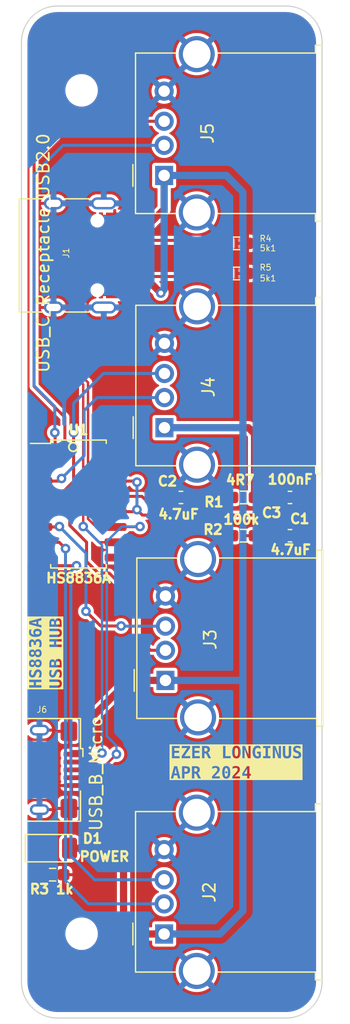
<source format=kicad_pcb>
(kicad_pcb (version 20221018) (generator pcbnew)
  (layers (0 "F.Cu" signal) (31 "B.Cu" signal) (34 "B.Paste" user) (35 "F.Paste" user) (36 "B.SilkS" user "B.Silkscreen") (37 "F.SilkS" user "F.Silkscreen") (38 "B.Mask" user) (39 "F.Mask" user) (44 "Edge.Cuts" user))
  (net 0 "")
  (net 1 "Net-(U1-DCP)")
  (net 2 "GND")
  (net 3 "Net-(U1-VCC)")
  (net 4 "Net-(D1-K)")
  (net 5 "VCC")
  (net 6 "Net-(J2-D-)")
  (net 7 "Net-(J2-D+)")
  (net 8 "Net-(J3-D-)")
  (net 9 "Net-(J3-D+)")
  (net 10 "Net-(J4-D-)")
  (net 11 "Net-(J4-D+)")
  (net 12 "Net-(J5-D-)")
  (net 13 "Net-(J5-D+)")
  (net 14 "Net-(U1-REF)")
  (net 16 "Net-(J1-CC1)")
  (net 17 "D+")
  (net 18 "D-")
  (net 20 "Net-(J1-CC2)")
  (footprint "MountingHole:MountingHole_2.2mm_M2" (layer "F.Cu") (at 145 64)
    (fp_text reference "H1")
    (fp_text value "MountingHole")
    (pad "" np_thru_hole circle (at 0 0) (size 2.2 2.2) (drill 2.2) (layers "*.Cu" "*.Mask"))
  )
  (footprint "LED_SMD:LED_1206_3216Metric" (layer "F.Cu") (at 142.6 126.9)
    (fp_text reference "D1" (at 3.3 -0.8) (layer "F.SilkS") (effects (font (size 0.8 0.8) (thickness 1))))
    (fp_text value "POWER" (at 4.3 0.7) (layer "F.SilkS") (effects (font (size 0.8 0.8) (thickness 1))))
    (fp_line (start -2.285 -1.135) (end -2.285 1.135) (stroke (width 0.12)) (layer "F.SilkS"))
    (fp_line (start -2.285 1.135) (end 1.6 1.135) (stroke (width 0.12)) (layer "F.SilkS"))
    (fp_line (start 1.6 -1.135) (end -2.285 -1.135) (stroke (width 0.12)) (layer "F.SilkS"))
    (pad "1" smd roundrect (at -1.4 0) (size 1.25 1.75) (layers "F.Cu" "F.Paste" "F.Mask") (roundrect_rratio 0.2) (net 4 "Net-(D1-K)"))
    (pad "2" smd roundrect (at 1.4 0) (size 1.25 1.75) (layers "F.Cu" "F.Paste" "F.Mask") (roundrect_rratio 0.2) (net 5 "VCC"))
  )
  (footprint "Resistor_SMD:R_0603_1608Metric_Pad0.98x0.95mm_HandSolder" (layer "F.Cu") (at 158.4725 100.965 180)
    (fp_text reference "R2" (at 2.5419 0.508) (layer "F.SilkS") (effects (font (size 0.8 0.8) (thickness 1))))
    (fp_text value "100k" (at 0.1797 1.3462) (layer "F.SilkS") (effects (font (size 0.8 0.8) (thickness 1))))
    (fp_line (start -0.254724 -0.5225) (end 0.254724 -0.5225) (stroke (width 0.12)) (layer "F.SilkS"))
    (fp_line (start -0.254724 0.5225) (end 0.254724 0.5225) (stroke (width 0.12)) (layer "F.SilkS"))
    (pad "1" smd roundrect (at -0.9125 0 180) (size 0.975 0.95) (layers "F.Cu" "F.Paste" "F.Mask") (net 2 "GND"))
    (pad "2" smd roundrect (at 0.9125 0 180) (size 0.975 0.95) (layers "F.Cu" "F.Paste" "F.Mask") (net 14 "Net-(U1-REF)"))
  )
  (footprint "Capacitor_SMD:C_0603_1608Metric_Pad1.08x0.95mm_HandSolder" (layer "F.Cu") (at 153.2625 97.79 180)
    (fp_text reference "C2" (at 1.1165 1.3462) (layer "F.SilkS") (effects (font (size 0.8 0.8) (thickness 1))))
    (fp_text value "4.7uF" (at 0.2021 -1.397) (layer "F.SilkS") (effects (font (size 0.8 0.8) (thickness 1))))
    (fp_line (start -0.146267 -0.51) (end 0.146267 -0.51) (stroke (width 0.12)) (layer "F.SilkS"))
    (fp_line (start -0.146267 0.51) (end 0.146267 0.51) (stroke (width 0.12)) (layer "F.SilkS"))
    (pad "1" smd roundrect (at -0.8625 0 180) (size 1.075 0.95) (layers "F.Cu" "F.Paste" "F.Mask") (net 3 "Net-(U1-VCC)"))
    (pad "2" smd roundrect (at 0.8625 0 180) (size 1.075 0.95) (layers "F.Cu" "F.Paste" "F.Mask") (net 2 "GND"))
  )
  (footprint "Connector_USB:USB_Micro-B_Amphenol_10118193-0001LF_Horizontal" (layer "F.Cu") (at 141.5 120.4 -90)
    (fp_text reference "J6" (at -5 -0.2 -180) (layer "F.SilkS") (effects (font (size 0.5 0.5) (thickness 0.075))))
    (fp_text value "USB_B_Micro" (at 0.3 -4.7 90) (layer "F.SilkS"))
    (fp_line (start -4.26 -3.41) (end -4.26 0.95) (stroke (width 0.12)) (layer "F.SilkS"))
    (fp_line (start -4.26 -3.41) (end -1.76 -3.41) (stroke (width 0.12)) (layer "F.SilkS"))
    (fp_line (start -1.76 -3.41) (end -1.76 -3.61) (stroke (width 0.12)) (layer "F.SilkS"))
    (fp_line (start -1.1 -3.61) (end -1.76 -3.61) (stroke (width 0.12)) (layer "F.SilkS"))
    (fp_line (start 1.76 -3.41) (end 4.26 -3.41) (stroke (width 0.12)) (layer "F.SilkS"))
    (fp_line (start 4.26 -3.41) (end 4.26 0.95) (stroke (width 0.12)) (layer "F.SilkS"))
    (pad "1" smd roundrect (at -1.3 -2.675 270) (size 0.4 1.35) (layers "F.Cu" "F.Paste" "F.Mask") (net 5 "VCC"))
    (pad "2" smd roundrect (at -0.65 -2.675 270) (size 0.4 1.35) (layers "F.Cu" "F.Paste" "F.Mask") (net 18 "D-"))
    (pad "3" smd roundrect (at 0 -2.675 270) (size 0.4 1.35) (layers "F.Cu" "F.Paste" "F.Mask") (net 17 "D+"))
    (pad "4" smd roundrect (at 0.65 -2.675 270) (size 0.4 1.35) (layers "F.Cu" "F.Paste" "F.Mask"))
    (pad "5" smd roundrect (at 1.3 -2.675 270) (size 0.4 1.35) (layers "F.Cu" "F.Paste" "F.Mask") (net 2 "GND"))
    (pad "6" thru_hole oval (at -3.3 0) (size 1.6 0.9) (drill oval 1.2 0.5) (layers "*.Cu" "*.Mask" "F.Paste") (net 2 "GND"))
    (pad "6" smd roundrect (at -3.2 -2.45 270) (size 1.6 1.4) (layers "F.Cu" "F.Paste" "F.Mask") (roundrect_rratio 0.1785714286) (net 2 "GND"))
    (pad "6" smd roundrect (at -1.2 0 270) (size 1.9 1.9) (layers "F.Cu" "F.Paste" "F.Mask") (roundrect_rratio 0.1315789474) (net 2 "GND"))
    (pad "6" smd roundrect (at 1.2 0 270) (size 1.9 1.9) (layers "F.Cu" "F.Paste" "F.Mask") (roundrect_rratio 0.1315789474) (net 2 "GND"))
    (pad "6" smd roundrect (at 3.2 -2.45 270) (size 1.6 1.4) (layers "F.Cu" "F.Paste" "F.Mask") (roundrect_rratio 0.1785714286) (net 2 "GND"))
    (pad "6" thru_hole oval (at 3.3 0) (size 1.6 0.9) (drill oval 1.2 0.5) (layers "*.Cu" "*.Mask" "F.Paste") (net 2 "GND"))
  )
  (footprint "Connector_USB:USB_A_Molex_67643_Horizontal" (layer "F.Cu") (at 151.866 134.022 90)
    (fp_text reference "J2" (at 3.466 3.7598 90) (layer "F.SilkS"))
    (fp_text value "USB_A")
    (fp_line (start -3.81 12.58) (end -3.81 13.1) (stroke (width 0.12)) (layer "F.SilkS"))
    (fp_line (start -3.81 13.1) (end 10.81 13.1) (stroke (width 0.12)) (layer "F.SilkS"))
    (fp_line (start -3.16 -2.38) (end -3.16 0.95) (stroke (width 0.12)) (layer "F.SilkS"))
    (fp_line (start -3.16 -2.38) (end 10.16 -2.38) (stroke (width 0.12)) (layer "F.SilkS"))
    (fp_line (start -3.16 12.58) (end -3.81 12.58) (stroke (width 0.12)) (layer "F.SilkS"))
    (fp_line (start -3.16 12.58) (end -3.16 4.47) (stroke (width 0.12)) (layer "F.SilkS"))
    (fp_line (start -0.9 -2.6) (end 0.9 -2.6) (stroke (width 0.12)) (layer "F.SilkS"))
    (fp_line (start 10.16 -2.38) (end 10.16 0.95) (stroke (width 0.12)) (layer "F.SilkS"))
    (fp_line (start 10.16 4.47) (end 10.16 12.58) (stroke (width 0.12)) (layer "F.SilkS"))
    (fp_line (start 10.81 12.58) (end 10.16 12.58) (stroke (width 0.12)) (layer "F.SilkS"))
    (fp_line (start 10.81 13.1) (end 10.81 12.58) (stroke (width 0.12)) (layer "F.SilkS"))
    (pad "1" thru_hole rect (at 0 0 90) (size 1.6 1.5) (drill 0.95) (layers "*.Cu" "*.Mask") (net 5 "VCC"))
    (pad "2" thru_hole circle (at 2.5 0 90) (size 1.6 1.6) (drill 0.95) (layers "*.Cu" "*.Mask") (net 6 "Net-(J2-D-)"))
    (pad "3" thru_hole circle (at 4.5 0 90) (size 1.6 1.6) (drill 0.95) (layers "*.Cu" "*.Mask") (net 7 "Net-(J2-D+)"))
    (pad "4" thru_hole circle (at 7 0 90) (size 1.6 1.6) (drill 0.95) (layers "*.Cu" "*.Mask") (net 2 "GND"))
    (pad "5" thru_hole circle (at -3.07 2.71 90) (size 3 3) (drill 2.3) (layers "*.Cu" "*.Mask") (net 2 "GND"))
    (pad "5" thru_hole circle (at 10.07 2.71 90) (size 3 3) (drill 2.3) (layers "*.Cu" "*.Mask") (net 2 "GND"))
  )
  (footprint "Connector_USB:USB_A_Molex_67643_Horizontal" (layer "F.Cu") (at 151.866 71.064 90)
    (fp_text reference "J5" (at 3.5 3.6074 90) (layer "F.SilkS"))
    (fp_text value "USB_A")
    (fp_line (start -3.81 12.58) (end -3.81 13.1) (stroke (width 0.12)) (layer "F.SilkS"))
    (fp_line (start -3.81 13.1) (end 10.81 13.1) (stroke (width 0.12)) (layer "F.SilkS"))
    (fp_line (start -3.16 -2.38) (end -3.16 0.95) (stroke (width 0.12)) (layer "F.SilkS"))
    (fp_line (start -3.16 -2.38) (end 10.16 -2.38) (stroke (width 0.12)) (layer "F.SilkS"))
    (fp_line (start -3.16 12.58) (end -3.81 12.58) (stroke (width 0.12)) (layer "F.SilkS"))
    (fp_line (start -3.16 12.58) (end -3.16 4.47) (stroke (width 0.12)) (layer "F.SilkS"))
    (fp_line (start -0.9 -2.6) (end 0.9 -2.6) (stroke (width 0.12)) (layer "F.SilkS"))
    (fp_line (start 10.16 -2.38) (end 10.16 0.95) (stroke (width 0.12)) (layer "F.SilkS"))
    (fp_line (start 10.16 4.47) (end 10.16 12.58) (stroke (width 0.12)) (layer "F.SilkS"))
    (fp_line (start 10.81 12.58) (end 10.16 12.58) (stroke (width 0.12)) (layer "F.SilkS"))
    (fp_line (start 10.81 13.1) (end 10.81 12.58) (stroke (width 0.12)) (layer "F.SilkS"))
    (pad "1" thru_hole rect (at 0 0 90) (size 1.6 1.5) (drill 0.95) (layers "*.Cu" "*.Mask") (net 5 "VCC"))
    (pad "2" thru_hole circle (at 2.5 0 90) (size 1.6 1.6) (drill 0.95) (layers "*.Cu" "*.Mask") (net 12 "Net-(J5-D-)"))
    (pad "3" thru_hole circle (at 4.5 0 90) (size 1.6 1.6) (drill 0.95) (layers "*.Cu" "*.Mask") (net 13 "Net-(J5-D+)"))
    (pad "4" thru_hole circle (at 7 0 90) (size 1.6 1.6) (drill 0.95) (layers "*.Cu" "*.Mask") (net 2 "GND"))
    (pad "5" thru_hole circle (at -3.07 2.71 90) (size 3 3) (drill 2.3) (layers "*.Cu" "*.Mask") (net 2 "GND"))
    (pad "5" thru_hole circle (at 10.07 2.71 90) (size 3 3) (drill 2.3) (layers "*.Cu" "*.Mask") (net 2 "GND"))
  )
  (footprint "Package_SO:SOP-16_4.4x10.4mm_P1.27mm" (layer "F.Cu") (at 144.7405 98.335)
    (fp_text reference "U1" (at 0 -6.15) (layer "F.SilkS") (effects (font (size 0.8 0.8) (thickness 1))))
    (fp_text value "HS8836A" (at 0 6.15) (layer "F.SilkS") (effects (font (size 0.8 0.8) (thickness 1))))
    (fp_line (start -2.31 -5.31) (end -2.31 -5.03) (stroke (width 0.12)) (layer "F.SilkS"))
    (fp_line (start -2.31 -5.03) (end -4 -5.03) (stroke (width 0.12)) (layer "F.SilkS"))
    (fp_line (start -2.31 5.31) (end -2.31 5.03) (stroke (width 0.12)) (layer "F.SilkS"))
    (fp_line (start 0 -5.31) (end -2.31 -5.31) (stroke (width 0.12)) (layer "F.SilkS"))
    (fp_line (start 0 -5.31) (end 2.31 -5.31) (stroke (width 0.12)) (layer "F.SilkS"))
    (fp_line (start 0 5.31) (end -2.31 5.31) (stroke (width 0.12)) (layer "F.SilkS"))
    (fp_line (start 0 5.31) (end 2.31 5.31) (stroke (width 0.12)) (layer "F.SilkS"))
    (fp_line (start 2.31 -5.31) (end 2.31 -5.03) (stroke (width 0.12)) (layer "F.SilkS"))
    (fp_line (start 2.31 5.31) (end 2.31 5.03) (stroke (width 0.12)) (layer "F.SilkS"))
    (pad "1" smd roundrect (at -3.0875 -4.445) (size 1.825 0.65) (layers "F.Cu" "F.Paste" "F.Mask") (net 12 "Net-(J5-D-)"))
    (pad "2" smd roundrect (at -3.0875 -3.175) (size 1.825 0.65) (layers "F.Cu" "F.Paste" "F.Mask") (net 13 "Net-(J5-D+)"))
    (pad "3" smd roundrect (at -3.0875 -1.905) (size 1.825 0.65) (layers "F.Cu" "F.Paste" "F.Mask") (net 10 "Net-(J4-D-)"))
    (pad "4" smd roundrect (at -3.0875 -0.635) (size 1.825 0.65) (layers "F.Cu" "F.Paste" "F.Mask") (net 11 "Net-(J4-D+)"))
    (pad "5" smd roundrect (at -3.0875 0.635) (size 1.825 0.65) (layers "F.Cu" "F.Paste" "F.Mask") (net 8 "Net-(J3-D-)"))
    (pad "6" smd roundrect (at -3.0875 1.905) (size 1.825 0.65) (layers "F.Cu" "F.Paste" "F.Mask") (net 9 "Net-(J3-D+)"))
    (pad "7" smd roundrect (at -3.0875 3.175) (size 1.825 0.65) (layers "F.Cu" "F.Paste" "F.Mask") (net 6 "Net-(J2-D-)"))
    (pad "8" smd roundrect (at -3.0875 4.445) (size 1.825 0.65) (layers "F.Cu" "F.Paste" "F.Mask") (net 7 "Net-(J2-D+)"))
    (pad "9" smd roundrect (at 3.0875 4.445) (size 1.825 0.65) (layers "F.Cu" "F.Paste" "F.Mask") (net 14 "Net-(U1-REF)"))
    (pad "10" smd roundrect (at 3.0875 3.175) (size 1.825 0.65) (layers "F.Cu" "F.Paste" "F.Mask") (net 18 "D-"))
    (pad "11" smd roundrect (at 3.0875 1.905) (size 1.825 0.65) (layers "F.Cu" "F.Paste" "F.Mask") (net 17 "D+"))
    (pad "12" smd roundrect (at 3.0875 0.635) (size 1.825 0.65) (layers "F.Cu" "F.Paste" "F.Mask") (net 1 "Net-(U1-DCP)"))
    (pad "13" smd roundrect (at 3.0875 -0.635) (size 1.825 0.65) (layers "F.Cu" "F.Paste" "F.Mask") (net 3 "Net-(U1-VCC)"))
    (pad "14" smd roundrect (at 3.0875 -1.905) (size 1.825 0.65) (layers "F.Cu" "F.Paste" "F.Mask") (net 1 "Net-(U1-DCP)"))
    (pad "15" smd roundrect (at 3.0875 -3.175) (size 1.825 0.65) (layers "F.Cu" "F.Paste" "F.Mask"))
    (pad "16" smd roundrect (at 3.0875 -4.445) (size 1.825 0.65) (layers "F.Cu" "F.Paste" "F.Mask") (net 2 "GND"))
  )
  (footprint "Capacitor_SMD:C_0603_1608Metric_Pad1.08x0.95mm_HandSolder" (layer "F.Cu") (at 162.3325 97.79)
    (fp_text reference "C3" (at -1.5251 1.27) (layer "F.SilkS") (effects (font (size 0.8 0.8) (thickness 1))))
    (fp_text value "100nF" (at 0.0243 -1.4986) (layer "F.SilkS") (effects (font (size 0.8 0.8) (thickness 1))))
    (fp_line (start -0.146267 -0.51) (end 0.146267 -0.51) (stroke (width 0.12)) (layer "F.SilkS"))
    (fp_line (start -0.146267 0.51) (end 0.146267 0.51) (stroke (width 0.12)) (layer "F.SilkS"))
    (pad "1" smd roundrect (at -0.8625 0) (size 1.075 0.95) (layers "F.Cu" "F.Paste" "F.Mask") (net 1 "Net-(U1-DCP)"))
    (pad "2" smd roundrect (at 0.8625 0) (size 1.075 0.95) (layers "F.Cu" "F.Paste" "F.Mask") (net 2 "GND"))
  )
  (footprint "Resistor_SMD:R_0603_1608Metric_Pad0.98x0.95mm_HandSolder" (layer "F.Cu") (at 142.5875 129.1 180)
    (fp_text reference "R3" (at 1.0875 -1.2) (layer "F.SilkS") (effects (font (size 0.8 0.8) (thickness 1))))
    (fp_text value "1k" (at -1.0125 -1.2) (layer "F.SilkS") (effects (font (size 0.8 0.8) (thickness 1))))
    (fp_line (start -0.254724 -0.5225) (end 0.254724 -0.5225) (stroke (width 0.12)) (layer "F.SilkS"))
    (fp_line (start -0.254724 0.5225) (end 0.254724 0.5225) (stroke (width 0.12)) (layer "F.SilkS"))
    (pad "1" smd roundrect (at -0.9125 0 180) (size 0.975 0.95) (layers "F.Cu" "F.Paste" "F.Mask") (net 2 "GND"))
    (pad "2" smd roundrect (at 0.9125 0 180) (size 0.975 0.95) (layers "F.Cu" "F.Paste" "F.Mask") (net 4 "Net-(D1-K)"))
  )
  (footprint "Connector_USB:USB_A_Molex_67643_Horizontal" (layer "F.Cu") (at 151.976 112.974 90)
    (fp_text reference "J3" (at 3.3984 3.726 90) (layer "F.SilkS"))
    (fp_text value "USB_A")
    (fp_line (start -3.81 12.58) (end -3.81 13.1) (stroke (width 0.12)) (layer "F.SilkS"))
    (fp_line (start -3.81 13.1) (end 10.81 13.1) (stroke (width 0.12)) (layer "F.SilkS"))
    (fp_line (start -3.16 -2.38) (end -3.16 0.95) (stroke (width 0.12)) (layer "F.SilkS"))
    (fp_line (start -3.16 -2.38) (end 10.16 -2.38) (stroke (width 0.12)) (layer "F.SilkS"))
    (fp_line (start -3.16 12.58) (end -3.81 12.58) (stroke (width 0.12)) (layer "F.SilkS"))
    (fp_line (start -3.16 12.58) (end -3.16 4.47) (stroke (width 0.12)) (layer "F.SilkS"))
    (fp_line (start -0.9 -2.6) (end 0.9 -2.6) (stroke (width 0.12)) (layer "F.SilkS"))
    (fp_line (start 10.16 -2.38) (end 10.16 0.95) (stroke (width 0.12)) (layer "F.SilkS"))
    (fp_line (start 10.16 4.47) (end 10.16 12.58) (stroke (width 0.12)) (layer "F.SilkS"))
    (fp_line (start 10.81 12.58) (end 10.16 12.58) (stroke (width 0.12)) (layer "F.SilkS"))
    (fp_line (start 10.81 13.1) (end 10.81 12.58) (stroke (width 0.12)) (layer "F.SilkS"))
    (pad "1" thru_hole rect (at 0 0 90) (size 1.6 1.5) (drill 0.95) (layers "*.Cu" "*.Mask") (net 5 "VCC"))
    (pad "2" thru_hole circle (at 2.5 0 90) (size 1.6 1.6) (drill 0.95) (layers "*.Cu" "*.Mask") (net 8 "Net-(J3-D-)"))
    (pad "3" thru_hole circle (at 4.5 0 90) (size 1.6 1.6) (drill 0.95) (layers "*.Cu" "*.Mask") (net 9 "Net-(J3-D+)"))
    (pad "4" thru_hole circle (at 7 0 90) (size 1.6 1.6) (drill 0.95) (layers "*.Cu" "*.Mask") (net 2 "GND"))
    (pad "5" thru_hole circle (at -3.07 2.71 90) (size 3 3) (drill 2.3) (layers "*.Cu" "*.Mask") (net 2 "GND"))
    (pad "5" thru_hole circle (at 10.07 2.71 90) (size 3 3) (drill 2.3) (layers "*.Cu" "*.Mask") (net 2 "GND"))
  )
  (footprint "MountingHole:MountingHole_2.2mm_M2" (layer "F.Cu") (at 145 134)
    (fp_text reference "H2")
    (fp_text value "MountingHole")
    (pad "" np_thru_hole circle (at 0 0) (size 2.2 2.2) (drill 2.2) (layers "*.Cu" "*.Mask"))
  )
  (footprint "Connector_USB:USB_A_Molex_67643_Horizontal" (layer "F.Cu") (at 151.892 92 90)
    (fp_text reference "J4" (at 3.3794 3.6576 90) (layer "F.SilkS"))
    (fp_text value "USB_A")
    (fp_line (start -3.81 12.58) (end -3.81 13.1) (stroke (width 0.12)) (layer "F.SilkS"))
    (fp_line (start -3.81 13.1) (end 10.81 13.1) (stroke (width 0.12)) (layer "F.SilkS"))
    (fp_line (start -3.16 -2.38) (end -3.16 0.95) (stroke (width 0.12)) (layer "F.SilkS"))
    (fp_line (start -3.16 -2.38) (end 10.16 -2.38) (stroke (width 0.12)) (layer "F.SilkS"))
    (fp_line (start -3.16 12.58) (end -3.81 12.58) (stroke (width 0.12)) (layer "F.SilkS"))
    (fp_line (start -3.16 12.58) (end -3.16 4.47) (stroke (width 0.12)) (layer "F.SilkS"))
    (fp_line (start -0.9 -2.6) (end 0.9 -2.6) (stroke (width 0.12)) (layer "F.SilkS"))
    (fp_line (start 10.16 -2.38) (end 10.16 0.95) (stroke (width 0.12)) (layer "F.SilkS"))
    (fp_line (start 10.16 4.47) (end 10.16 12.58) (stroke (width 0.12)) (layer "F.SilkS"))
    (fp_line (start 10.81 12.58) (end 10.16 12.58) (stroke (width 0.12)) (layer "F.SilkS"))
    (fp_line (start 10.81 13.1) (end 10.81 12.58) (stroke (width 0.12)) (layer "F.SilkS"))
    (pad "1" thru_hole rect (at 0 0 90) (size 1.6 1.5) (drill 0.95) (layers "*.Cu" "*.Mask") (net 5 "VCC"))
    (pad "2" thru_hole circle (at 2.5 0 90) (size 1.6 1.6) (drill 0.95) (layers "*.Cu" "*.Mask") (net 10 "Net-(J4-D-)"))
    (pad "3" thru_hole circle (at 4.5 0 90) (size 1.6 1.6) (drill 0.95) (layers "*.Cu" "*.Mask") (net 11 "Net-(J4-D+)"))
    (pad "4" thru_hole circle (at 7 0 90) (size 1.6 1.6) (drill 0.95) (layers "*.Cu" "*.Mask") (net 2 "GND"))
    (pad "5" thru_hole circle (at -3.07 2.71 90) (size 3 3) (drill 2.3) (layers "*.Cu" "*.Mask") (net 2 "GND"))
    (pad "5" thru_hole circle (at 10.07 2.71 90) (size 3 3) (drill 2.3) (layers "*.Cu" "*.Mask") (net 2 "GND"))
  )
  (footprint "Resistor_SMD:R_0603_1608Metric_Pad0.98x0.95mm_HandSolder" (layer "F.Cu") (at 158.4725 97.79 180)
    (fp_text reference "R1" (at 2.4657 -0.381) (layer "F.SilkS") (effects (font (size 0.8 0.8) (thickness 1))))
    (fp_text value "4R7" (at 0.2813 1.4478) (layer "F.SilkS") (effects (font (size 0.8 0.8) (thickness 1))))
    (fp_line (start -0.254724 -0.5225) (end 0.254724 -0.5225) (stroke (width 0.12)) (layer "F.SilkS"))
    (fp_line (start -0.254724 0.5225) (end 0.254724 0.5225) (stroke (width 0.12)) (layer "F.SilkS"))
    (pad "1" smd roundrect (at -0.9125 0 180) (size 0.975 0.95) (layers "F.Cu" "F.Paste" "F.Mask") (net 5 "VCC"))
    (pad "2" smd roundrect (at 0.9125 0 180) (size 0.975 0.95) (layers "F.Cu" "F.Paste" "F.Mask") (net 3 "Net-(U1-VCC)"))
  )
  (footprint "Resistor_SMD:R_0603_1608Metric_Pad0.98x0.95mm_HandSolder" (layer "F.Cu") (at 157.8875 76.7)
    (fp_text reference "R4" (at 2.4125 -0.4) (layer "F.SilkS") (effects (font (size 0.5 0.5) (thickness 0.075))))
    (fp_text value "5k1" (at 2.6125 0.4) (layer "F.SilkS") (effects (font (size 0.5 0.5) (thickness 0.075))))
    (fp_line (start -0.254724 -0.5225) (end 0.254724 -0.5225) (stroke (width 0.12)) (layer "F.SilkS"))
    (fp_line (start -0.254724 0.5225) (end 0.254724 0.5225) (stroke (width 0.12)) (layer "F.SilkS"))
    (pad "1" smd roundrect (at -0.9125 0) (size 0.975 0.95) (layers "F.Cu" "F.Paste" "F.Mask") (net 16 "Net-(J1-CC1)"))
    (pad "2" smd roundrect (at 0.9125 0) (size 0.975 0.95) (layers "F.Cu" "F.Paste" "F.Mask") (net 2 "GND"))
  )
  (footprint "Connector_USB:USB_C_Receptacle_HRO_TYPE-C-31-M-12" (layer "F.Cu") (at 143.712 77.7 -90)
    (fp_text reference "J1" (at -0.2 0 90) (layer "F.SilkS") (effects (font (size 0.5 0.5) (thickness 0.075))))
    (fp_text value "USB_C_Receptacle_USB2.0" (at -0.2 1.9 90) (layer "F.SilkS"))
    (fp_line (start -4.7 -1.9) (end -4.7 0.1) (stroke (width 0.12)) (layer "F.SilkS"))
    (fp_line (start -4.7 2) (end -4.7 3.9) (stroke (width 0.12)) (layer "F.SilkS"))
    (fp_line (start -4.7 3.9) (end 4.7 3.9) (stroke (width 0.12)) (layer "F.SilkS"))
    (fp_line (start 4.7 -1.9) (end 4.7 0.1) (stroke (width 0.12)) (layer "F.SilkS"))
    (fp_line (start 4.7 2) (end 4.7 3.9) (stroke (width 0.12)) (layer "F.SilkS"))
    (pad "" np_thru_hole circle (at -2.89 -2.6 270) (size 0.65 0.65) (drill 0.65) (layers "*.Cu" "*.Mask"))
    (pad "" np_thru_hole circle (at 2.89 -2.6 270) (size 0.65 0.65) (drill 0.65) (layers "*.Cu" "*.Mask"))
    (pad "A1" smd rect (at -3.25 -4.045 270) (size 0.6 1.45) (layers "F.Cu" "F.Paste" "F.Mask") (net 2 "GND"))
    (pad "A4" smd rect (at -2.45 -4.045 270) (size 0.6 1.45) (layers "F.Cu" "F.Paste" "F.Mask") (net 5 "VCC"))
    (pad "A5" smd rect (at -1.25 -4.045 270) (size 0.3 1.45) (layers "F.Cu" "F.Paste" "F.Mask") (net 16 "Net-(J1-CC1)"))
    (pad "A6" smd rect (at -0.25 -4.045 270) (size 0.3 1.45) (layers "F.Cu" "F.Paste" "F.Mask") (net 17 "D+"))
    (pad "A7" smd rect (at 0.25 -4.045 270) (size 0.3 1.45) (layers "F.Cu" "F.Paste" "F.Mask") (net 18 "D-"))
    (pad "A8" smd rect (at 1.25 -4.045 270) (size 0.3 1.45) (layers "F.Cu" "F.Paste" "F.Mask"))
    (pad "A9" smd rect (at 2.45 -4.045 270) (size 0.6 1.45) (layers "F.Cu" "F.Paste" "F.Mask") (net 5 "VCC"))
    (pad "A12" smd rect (at 3.25 -4.045 270) (size 0.6 1.45) (layers "F.Cu" "F.Paste" "F.Mask") (net 2 "GND"))
    (pad "B1" smd rect (at 3.25 -4.045 270) (size 0.6 1.45) (layers "F.Cu" "F.Paste" "F.Mask") (net 2 "GND"))
    (pad "B4" smd rect (at 2.45 -4.045 270) (size 0.6 1.45) (layers "F.Cu" "F.Paste" "F.Mask") (net 5 "VCC"))
    (pad "B5" smd rect (at 1.75 -4.045 270) (size 0.3 1.45) (layers "F.Cu" "F.Paste" "F.Mask") (net 20 "Net-(J1-CC2)"))
    (pad "B6" smd rect (at 0.75 -4.045 270) (size 0.3 1.45) (layers "F.Cu" "F.Paste" "F.Mask") (net 17 "D+"))
    (pad "B7" smd rect (at -0.75 -4.045 270) (size 0.3 1.45) (layers "F.Cu" "F.Paste" "F.Mask") (net 18 "D-"))
    (pad "B8" smd rect (at -1.75 -4.045 270) (size 0.3 1.45) (layers "F.Cu" "F.Paste" "F.Mask"))
    (pad "B9" smd rect (at -2.45 -4.045 270) (size 0.6 1.45) (layers "F.Cu" "F.Paste" "F.Mask") (net 5 "VCC"))
    (pad "B12" smd rect (at -3.25 -4.045 270) (size 0.6 1.45) (layers "F.Cu" "F.Paste" "F.Mask") (net 2 "GND"))
    (pad "S1" thru_hole oval (at -4.32 -3.13 270) (size 1 2.1) (drill oval 0.6 1.7) (layers "*.Cu" "*.Mask") (net 2 "GND"))
    (pad "S1" thru_hole oval (at -4.32 1.05 270) (size 1 1.6) (drill oval 0.6 1.2) (layers "*.Cu" "*.Mask") (net 2 "GND"))
    (pad "S1" thru_hole oval (at 4.32 -3.13 270) (size 1 2.1) (drill oval 0.6 1.7) (layers "*.Cu" "*.Mask") (net 2 "GND"))
    (pad "S1" thru_hole oval (at 4.32 1.05 270) (size 1 1.6) (drill oval 0.6 1.2) (layers "*.Cu" "*.Mask") (net 2 "GND"))
  )
  (footprint "Resistor_SMD:R_0603_1608Metric_Pad0.98x0.95mm_HandSolder" (layer "F.Cu") (at 157.8875 79.2)
    (fp_text reference "R5" (at 2.4125 -0.5) (layer "F.SilkS") (effects (font (size 0.5 0.5) (thickness 0.075))))
    (fp_text value "5k1" (at 2.6125 0.4) (layer "F.SilkS") (effects (font (size 0.5 0.5) (thickness 0.075))))
    (fp_line (start -0.254724 -0.5225) (end 0.254724 -0.5225) (stroke (width 0.12)) (layer "F.SilkS"))
    (fp_line (start -0.254724 0.5225) (end 0.254724 0.5225) (stroke (width 0.12)) (layer "F.SilkS"))
    (pad "1" smd roundrect (at -0.9125 0) (size 0.975 0.95) (layers "F.Cu" "F.Paste" "F.Mask") (net 20 "Net-(J1-CC2)"))
    (pad "2" smd roundrect (at 0.9125 0) (size 0.975 0.95) (layers "F.Cu" "F.Paste" "F.Mask") (net 2 "GND"))
  )
  (footprint "Capacitor_SMD:C_0603_1608Metric_Pad1.08x0.95mm_HandSolder" (layer "F.Cu") (at 162.3325 100.965)
    (fp_text reference "C1" (at 0.8117 -1.397) (layer "F.SilkS") (effects (font (size 0.8 0.8) (thickness 1))))
    (fp_text value "4.7uF" (at 0.0497 1.1684) (layer "F.SilkS") (effects (font (size 0.8 0.8) (thickness 1))))
    (fp_line (start -0.146267 -0.51) (end 0.146267 -0.51) (stroke (width 0.12)) (layer "F.SilkS"))
    (fp_line (start -0.146267 0.51) (end 0.146267 0.51) (stroke (width 0.12)) (layer "F.SilkS"))
    (pad "1" smd roundrect (at -0.8625 0) (size 1.075 0.95) (layers "F.Cu" "F.Paste" "F.Mask") (net 1 "Net-(U1-DCP)"))
    (pad "2" smd roundrect (at 0.8625 0) (size 1.075 0.95) (layers "F.Cu" "F.Paste" "F.Mask") (net 2 "GND"))
  )
  (gr_circle (center 144.3 93.6) (end 144.5 93.9) (stroke (width 0.15)) (fill none) (layer "F.SilkS"))
  (gr_arc (start 165 138) (mid 164.12132 140.12132) (end 162 141) (stroke (width 0.1)) (layer "Edge.Cuts"))
  (gr_arc (start 140 60) (mid 140.87868 57.87868) (end 143 57) (stroke (width 0.1)) (layer "Edge.Cuts"))
  (gr_line (start 140 60) (end 140 138) (stroke (width 0.1)) (layer "Edge.Cuts"))
  (gr_arc (start 143 141) (mid 140.87868 140.12132) (end 140 138) (stroke (width 0.1)) (layer "Edge.Cuts"))
  (gr_line (start 165 138) (end 165 60) (stroke (width 0.1)) (layer "Edge.Cuts"))
  (gr_line (start 162 57) (end 143 57) (stroke (width 0.1)) (layer "Edge.Cuts"))
  (gr_line (start 143 141) (end 162 141) (stroke (width 0.1)) (layer "Edge.Cuts"))
  (gr_arc (start 162 57) (mid 164.12132 57.87868) (end 165 60) (stroke (width 0.1)) (layer "Edge.Cuts"))
  (gr_text "EZER LONGINUS\nAPR 2024" (at 152.4 121.285) (layer "F.SilkS" knockout) (effects (font (size 1 1) (thickness 0.2) bold) (justify left bottom)))
  (gr_text "HS8836A \nUSB HUB" (at 143.51 113.665 90) (layer "F.SilkS" knockout) (effects (font (size 1 1) (thickness 0.25) bold) (justify left bottom)))
  (segment (start 149.606 98.806) (end 150.056 99.256) (width 0.25) (layer "F.Cu") (net 1))
  (segment (start 150.056 99.256) (end 161.412 99.256) (width 0.25) (layer "F.Cu") (net 1))
  (segment (start 161.47 99.314) (end 161.47 97.79) (width 0.25) (layer "F.Cu") (net 1))
  (segment (start 149.516 96.43) (end 149.606 96.52) (width 0.25) (layer "F.Cu") (net 1))
  (segment (start 149.442 98.97) (end 149.606 98.806) (width 0.25) (layer "F.Cu") (net 1))
  (segment (start 147.828 98.97) (end 149.442 98.97) (width 0.25) (layer "F.Cu") (net 1))
  (segment (start 147.828 96.43) (end 149.516 96.43) (width 0.25) (layer "F.Cu") (net 1))
  (segment (start 161.412 99.256) (end 161.47 99.314) (width 0.25) (layer "F.Cu") (net 1))
  (segment (start 161.47 100.965) (end 161.47 99.314) (width 0.25) (layer "F.Cu") (net 1))
  (via (at 149.606 98.806) (size 0.8) (drill 0.4) (layers "F.Cu" "B.Cu") (net 1))
  (via (at 149.606 96.52) (size 0.8) (drill 0.4) (layers "F.Cu" "B.Cu") (net 1))
  (segment (start 149.606 96.52) (end 149.606 98.806) (width 0.25) (layer "B.Cu") (net 1))
  (segment (start 151.13 98.806) (end 150.024 97.7) (width 0.25) (layer "F.Cu") (net 3))
  (segment (start 154.125 98.351) (end 153.67 98.806) (width 0.25) (layer "F.Cu") (net 3))
  (segment (start 153.67 98.806) (end 151.13 98.806) (width 0.25) (layer "F.Cu") (net 3))
  (segment (start 154.125 97.79) (end 157.56 97.79) (width 0.25) (layer "F.Cu") (net 3))
  (segment (start 154.125 97.79) (end 154.125 98.351) (width 0.25) (layer "F.Cu") (net 3))
  (segment (start 150.024 97.7) (end 147.828 97.7) (width 0.25) (layer "F.Cu") (net 3))
  (segment (start 141.2 128.625) (end 141.675 129.1) (width 0.25) (layer "F.Cu") (net 4))
  (segment (start 141.475 127.175) (end 141.2 126.9) (width 0.25) (layer "F.Cu") (net 4))
  (segment (start 141.2 126.9) (end 141.2 128.625) (width 0.25) (layer "F.Cu") (net 4))
  (segment (start 159.385 92.5068) (end 158.8782 92) (width 0.6) (layer "F.Cu") (net 5))
  (segment (start 145.5674 118.364) (end 145.6182 118.4148) (width 0.6) (layer "F.Cu") (net 5))
  (segment (start 148.4884 128.0668) (end 148.4884 132.6388) (width 0.6) (layer "F.Cu") (net 5))
  (segment (start 148.4884 132.6388) (end 149.8716 134.022) (width 0.6) (layer "F.Cu") (net 5))
  (segment (start 150.4798 75.25) (end 151.866 73.8638) (width 0.6) (layer "F.Cu") (net 5))
  (segment (start 151.866 73.8638) (end 151.866 71.064) (width 0.6) (layer "F.Cu") (net 5))
  (segment (start 159.385 97.79) (end 159.385 92.5068) (width 0.6) (layer "F.Cu") (net 5))
  (segment (start 158.8782 92) (end 151.892 92) (width 0.6) (layer "F.Cu") (net 5))
  (segment (start 144 126.9) (end 147.3216 126.9) (width 0.6) (layer "F.Cu") (net 5))
  (segment (start 144.983 119.05) (end 144.3226 119.05) (width 0.6) (layer "F.Cu") (net 5))
  (segment (start 151.976 112.974) (end 148.9254 112.974) (width 0.6) (layer "F.Cu") (net 5))
  (segment (start 148.9254 112.974) (end 145.5674 116.332) (width 0.6) (layer "F.Cu") (net 5))
  (segment (start 147.757 75.25) (end 150.4798 75.25) (width 0.6) (layer "F.Cu") (net 5))
  (segment (start 150.9144 80.15) (end 151.5872 80.8228) (width 0.6) (layer "F.Cu") (net 5))
  (segment (start 147.757 80.15) (end 150.9144 80.15) (width 0.6) (layer "F.Cu") (net 5))
  (segment (start 147.3216 126.9) (end 148.4884 128.0668) (width 0.6) (layer "F.Cu") (net 5))
  (segment (start 149.8716 134.022) (end 151.866 134.022) (width 0.6) (layer "F.Cu") (net 5))
  (segment (start 145.5674 116.332) (end 145.5674 118.364) (width 0.6) (layer "F.Cu") (net 5))
  (segment (start 145.6182 118.4148) (end 144.983 119.05) (width 0.6) (layer "F.Cu") (net 5))
  (via (at 151.5872 80.8228) (size 0.8) (drill 0.4) (layers "F.Cu" "B.Cu") (net 5))
  (segment (start 158.3956 92) (end 158.4198 92.0242) (width 0.6) (layer "B.Cu") (net 5))
  (segment (start 158.4198 112.9538) (end 158.4198 132.1054) (width 0.6) (layer "B.Cu") (net 5))
  (segment (start 151.892 92) (end 158.3956 92) (width 0.6) (layer "B.Cu") (net 5))
  (segment (start 158.4198 92.0242) (end 158.4198 112.9538) (width 0.6) (layer "B.Cu") (net 5))
  (segment (start 151.5872 80.8228) (end 151.866 80.544) (width 0.6) (layer "B.Cu") (net 5))
  (segment (start 151.976 112.974) (end 158.3996 112.974) (width 0.6) (layer "B.Cu") (net 5))
  (segment (start 151.866 80.544) (end 151.866 71.064) (width 0.6) (layer "B.Cu") (net 5))
  (segment (start 158.4198 72.4408) (end 158.4198 92.0242) (width 0.6) (layer "B.Cu") (net 5))
  (segment (start 158.3996 112.974) (end 158.4198 112.9538) (width 0.6) (layer "B.Cu") (net 5))
  (segment (start 158.4198 132.1054) (end 156.5032 134.022) (width 0.6) (layer "B.Cu") (net 5))
  (segment (start 157.043 71.064) (end 158.4198 72.4408) (width 0.6) (layer "B.Cu") (net 5))
  (segment (start 156.5032 134.022) (end 151.866 134.022) (width 0.6) (layer "B.Cu") (net 5))
  (segment (start 151.866 71.064) (end 157.043 71.064) (width 0.6) (layer "B.Cu") (net 5))
  (segment (start 143.1406 101.51) (end 143.6624 102.0318) (width 0.25) (layer "F.Cu") (net 6))
  (segment (start 141.653 101.51) (end 143.1406 101.51) (width 0.25) (layer "F.Cu") (net 6))
  (via (at 143.6624 102.0318) (size 0.8) (drill 0.4) (layers "F.Cu" "B.Cu") (net 6))
  (segment (start 143.6624 129.6162) (end 143.6624 102.0318) (width 0.25) (layer "B.Cu") (net 6))
  (segment (start 145.5682 131.522) (end 143.6624 129.6162) (width 0.25) (layer "B.Cu") (net 6))
  (segment (start 151.866 131.522) (end 145.5682 131.522) (width 0.25) (layer "B.Cu") (net 6))
  (segment (start 142.3272 103.4542) (end 144.5768 103.4542) (width 0.25) (layer "F.Cu") (net 7))
  (segment (start 141.653 102.78) (end 142.3272 103.4542) (width 0.25) (layer "F.Cu") (net 7))
  (via (at 144.5768 103.4542) (size 0.8) (drill 0.4) (layers "F.Cu" "B.Cu") (net 7))
  (segment (start 144.1124 103.9186) (end 144.1124 127.5516) (width 0.25) (layer "B.Cu") (net 7))
  (segment (start 146.0828 129.522) (end 151.866 129.522) (width 0.25) (layer "B.Cu") (net 7))
  (segment (start 144.1124 127.5516) (end 146.0828 129.522) (width 0.25) (layer "B.Cu") (net 7))
  (segment (start 144.5768 103.4542) (end 144.1124 103.9186) (width 0.25) (layer "B.Cu") (net 7))
  (segment (start 150.733 110.474) (end 149.5552 109.2962) (width 0.25) (layer "F.Cu") (net 8))
  (segment (start 149.5552 106.3244) (end 147.2946 104.0638) (width 0.25) (layer "F.Cu") (net 8))
  (segment (start 145.415 101.507705) (end 145.415 103.0986) (width 0.25) (layer "F.Cu") (net 8))
  (segment (start 146.3802 104.0638) (end 145.415 103.0986) (width 0.25) (layer "F.Cu") (net 8))
  (segment (start 151.976 110.474) (end 150.733 110.474) (width 0.25) (layer "F.Cu") (net 8))
  (segment (start 143.5724 98.97) (end 144.018 99.4156) (width 0.25) (layer "F.Cu") (net 8))
  (segment (start 149.5552 109.2962) (end 149.5552 106.3244) (width 0.25) (layer "F.Cu") (net 8))
  (segment (start 144.018 100.110705) (end 145.415 101.507705) (width 0.25) (layer "F.Cu") (net 8))
  (segment (start 144.018 99.4156) (end 144.018 100.110705) (width 0.25) (layer "F.Cu") (net 8))
  (segment (start 141.653 98.97) (end 143.5724 98.97) (width 0.25) (layer "F.Cu") (net 8))
  (segment (start 147.2946 104.0638) (end 146.3802 104.0638) (width 0.25) (layer "F.Cu") (net 8))
  (segment (start 148.2852 108.458) (end 146.5834 108.458) (width 0.25) (layer "F.Cu") (net 9))
  (segment (start 146.5834 108.458) (end 145.3642 107.2388) (width 0.25) (layer "F.Cu") (net 9))
  (segment (start 143.1174 100.24) (end 143.1544 100.203) (width 0.25) (layer "F.Cu") (net 9))
  (segment (start 141.653 100.24) (end 143.1174 100.24) (width 0.25) (layer "F.Cu") (net 9))
  (via (at 143.1544 100.203) (size 0.8) (drill 0.4) (layers "F.Cu" "B.Cu") (net 9))
  (via (at 148.2852 108.458) (size 0.8) (drill 0.4) (layers "F.Cu" "B.Cu") (net 9))
  (via (at 145.3642 107.2388) (size 0.8) (drill 0.4) (layers "F.Cu" "B.Cu") (net 9))
  (segment (start 145.3642 102.4128) (end 143.1544 100.203) (width 0.25) (layer "B.Cu") (net 9))
  (segment (start 148.3012 108.474) (end 148.2852 108.458) (width 0.25) (layer "B.Cu") (net 9))
  (segment (start 151.976 108.474) (end 148.3012 108.474) (width 0.25) (layer "B.Cu") (net 9))
  (segment (start 145.3642 107.2388) (end 145.3642 102.4128) (width 0.25) (layer "B.Cu") (net 9))
  (segment (start 143.1174 96.43) (end 143.3322 96.2152) (width 0.25) (layer "F.Cu") (net 10))
  (segment (start 141.653 96.43) (end 143.1174 96.43) (width 0.25) (layer "F.Cu") (net 10))
  (via (at 143.3322 96.2152) (size 0.8) (drill 0.4) (layers "F.Cu" "B.Cu") (net 10))
  (segment (start 143.3322 96.2152) (end 145.2118 94.3356) (width 0.25) (layer "B.Cu") (net 10))
  (segment (start 145.2118 90.5764) (end 146.2882 89.5) (width 0.25) (layer "B.Cu") (net 10))
  (segment (start 145.2118 94.3356) (end 145.2118 90.5764) (width 0.25) (layer "B.Cu") (net 10))
  (segment (start 146.2882 89.5) (end 151.892 89.5) (width 0.25) (layer "B.Cu") (net 10))
  (segment (start 144.3361 96.4559) (end 143.092 97.7) (width 0.25) (layer "F.Cu") (net 11))
  (segment (start 144.3361 92.4052) (end 144.3361 96.4559) (width 0.25) (layer "F.Cu") (net 11))
  (segment (start 143.092 97.7) (end 141.653 97.7) (width 0.25) (layer "F.Cu") (net 11))
  (via (at 144.3361 92.4052) (size 0.8) (drill 0.4) (layers "F.Cu" "B.Cu") (net 11))
  (segment (start 151.892 87.5) (end 146.815 87.5) (width 0.25) (layer "B.Cu") (net 11))
  (segment (start 145.796 88.519) (end 144.3361 89.9789) (width 0.25) (layer "B.Cu") (net 11))
  (segment (start 146.815 87.5) (end 145.796 88.519) (width 0.25) (layer "B.Cu") (net 11))
  (segment (start 144.3361 89.9789) (end 144.3361 92.4052) (width 0.25) (layer "B.Cu") (net 11))
  (segment (start 141.653 93.89) (end 142.3046 93.89) (width 0.25) (layer "F.Cu") (net 12))
  (segment (start 142.3046 93.89) (end 142.7988 93.3958) (width 0.25) (layer "F.Cu") (net 12))
  (segment (start 142.7988 92.4306) (end 142.7734 92.4052) (width 0.25) (layer "F.Cu") (net 12))
  (segment (start 142.7988 93.3958) (end 142.7988 92.4306) (width 0.25) (layer "F.Cu") (net 12))
  (via (at 142.7734 92.4052) (size 0.8) (drill 0.4) (layers "F.Cu" "B.Cu") (net 12))
  (segment (start 143.4498 68.564) (end 151.866 68.564) (width 0.25) (layer "B.Cu") (net 12))
  (segment (start 142.7734 90.2462) (end 141.0462 88.519) (width 0.25) (layer "B.Cu") (net 12))
  (segment (start 141.0462 70.9676) (end 143.4498 68.564) (width 0.25) (layer "B.Cu") (net 12))
  (segment (start 141.0462 88.519) (end 141.0462 70.9676) (width 0.25) (layer "B.Cu") (net 12))
  (segment (start 142.7734 92.4052) (end 142.7734 90.2462) (width 0.25) (layer "B.Cu") (net 12))
  (segment (start 143.6116 94.5134) (end 142.965 95.16) (width 0.25) (layer "F.Cu") (net 13))
  (segment (start 151.866 66.564) (end 144.129 66.564) (width 0.25) (layer "F.Cu") (net 13))
  (segment (start 144.129 66.564) (end 141.0462 69.6468) (width 0.25) (layer "F.Cu") (net 13))
  (segment (start 143.6116 91.1352) (end 143.6116 94.5134) (width 0.25) (layer "F.Cu") (net 13))
  (segment (start 141.0462 88.5698) (end 143.6116 91.1352) (width 0.25) (layer "F.Cu") (net 13))
  (segment (start 142.965 95.16) (end 141.653 95.16) (width 0.25) (layer "F.Cu") (net 13))
  (segment (start 141.0462 69.6468) (end 141.0462 88.5698) (width 0.25) (layer "F.Cu") (net 13))
  (segment (start 157.56 100.965) (end 156.925 100.33) (width 0.25) (layer "F.Cu") (net 14))
  (segment (start 156.925 100.33) (end 153.416 100.33) (width 0.25) (layer "F.Cu") (net 14))
  (segment (start 153.416 100.33) (end 150.907347 102.838653) (width 0.25) (layer "F.Cu") (net 14))
  (segment (start 150.907347 102.838653) (end 147.886652 102.838653) (width 0.25) (layer "F.Cu") (net 14))
  (segment (start 147.8 76.45) (end 156.725 76.45) (width 0.25) (layer "F.Cu") (net 16))
  (segment (start 156.725 76.45) (end 156.975 76.7) (width 0.25) (layer "F.Cu") (net 16))
  (segment (start 147.828 100.24) (end 149.823 100.24) (width 0.2) (layer "F.Cu") (net 17))
  (segment (start 146.214 100.24) (end 145.5356 99.5616) (width 0.2) (layer "F.Cu") (net 17))
  (segment (start 147.828 100.24) (end 146.214 100.24) (width 0.2) (layer "F.Cu") (net 17))
  (segment (start 149.1594 78.45) (end 147.757 78.45) (width 0.2) (layer "F.Cu") (net 17))
  (segment (start 149.352 77.6732) (end 149.352 78.2574) (width 0.2) (layer "F.Cu") (net 17))
  (segment (start 145.5356 99.5616) (end 145.5356 98.952) (width 0.2) (layer "F.Cu") (net 17))
  (segment (start 145.9082 78.45) (end 147.757 78.45) (width 0.2) (layer "F.Cu") (net 17))
  (segment (start 145.5356 88.243214) (end 145.0361 87.743714) (width 0.2) (layer "F.Cu") (net 17))
  (segment (start 147.757 77.45) (end 149.1288 77.45) (width 0.2) (layer "F.Cu") (net 17))
  (segment (start 144.175 120.4) (end 146.6 120.4) (width 0.2) (layer "F.Cu") (net 17))
  (segment (start 149.352 78.2574) (end 149.1594 78.45) (width 0.2) (layer "F.Cu") (net 17))
  (segment (start 149.1288 77.45) (end 149.352 77.6732) (width 0.2) (layer "F.Cu") (net 17))
  (segment (start 145.0361 79.3221) (end 145.9082 78.45) (width 0.2) (layer "F.Cu") (net 17))
  (segment (start 146.6 120.4) (end 147.9 119.1) (width 0.2) (layer "F.Cu") (net 17))
  (segment (start 149.823 100.24) (end 149.86 100.203) (width 0.2) (layer "F.Cu") (net 17))
  (segment (start 145.0361 87.743714) (end 145.0361 79.3221) (width 0.2) (layer "F.Cu") (net 17))
  (segment (start 145.5356 98.952) (end 145.5356 88.243214) (width 0.2) (layer "F.Cu") (net 17))
  (via (at 149.86 100.203) (size 0.8) (drill 0.4) (layers "F.Cu" "B.Cu") (net 17))
  (via (at 147.9 119.1) (size 0.8) (drill 0.4) (layers "F.Cu" "B.Cu") (net 17))
  (segment (start 147.1 101.439) (end 147.1 117.6) (width 0.2) (layer "B.Cu") (net 17))
  (segment (start 148.336 100.203) (end 147.1 101.439) (width 0.2) (layer "B.Cu") (net 17))
  (segment (start 147.9 118.4) (end 147.9 119.1) (width 0.2) (layer "B.Cu") (net 17))
  (segment (start 149.86 100.203) (end 148.336 100.203) (width 0.2) (layer "B.Cu") (net 17))
  (segment (start 147.1 117.6) (end 147.9 118.4) (width 0.2) (layer "B.Cu") (net 17))
  (segment (start 146.220914 77.5716) (end 144.6361 79.156415) (width 0.2) (layer "F.Cu") (net 18))
  (segment (start 145.95 119.75) (end 146.7 119) (width 0.2) (layer "F.Cu") (net 18))
  (segment (start 144.175 119.75) (end 145.95 119.75) (width 0.2) (layer "F.Cu") (net 18))
  (segment (start 147.757 77.95) (end 146.7078 77.95) (width 0.2) (layer "F.Cu") (net 18))
  (segment (start 144.6361 79.156415) (end 144.6361 87.9094) (width 0.2) (layer "F.Cu") (net 18))
  (segment (start 147.757 76.95) (end 146.6462 76.95) (width 0.2) (layer "F.Cu") (net 18))
  (segment (start 146.4564 77.1398) (end 146.4564 77.5716) (width 0.2) (layer "F.Cu") (net 18))
  (segment (start 145.1356 100.203) (end 145.1356 88.4089) (width 0.2) (layer "F.Cu") (net 18))
  (segment (start 147.828 101.51) (end 146.4426 101.51) (width 0.2) (layer "F.Cu") (net 18))
  (segment (start 147.41 101.51) (end 147.01 101.51) (width 0.2) (layer "F.Cu") (net 18))
  (segment (start 147.4 101.52) (end 147.41 101.51) (width 0.2) (layer "F.Cu") (net 18))
  (segment (start 146.6462 76.95) (end 146.4564 77.1398) (width 0.2) (layer "F.Cu") (net 18))
  (segment (start 146.4564 77.5716) (end 146.4564 77.6986) (width 0.2) (layer "F.Cu") (net 18))
  (segment (start 145.1356 88.4089) (end 144.6361 87.9094) (width 0.2) (layer "F.Cu") (net 18))
  (segment (start 146.4564 77.5716) (end 146.220914 77.5716) (width 0.2) (layer "F.Cu") (net 18))
  (segment (start 146.4426 101.51) (end 145.1356 100.203) (width 0.2) (layer "F.Cu") (net 18))
  (segment (start 146.7078 77.95) (end 146.4564 77.6986) (width 0.2) (layer "F.Cu") (net 18))
  (via (at 146.7 119) (size 0.8) (drill 0.4) (layers "F.Cu" "B.Cu") (net 18))
  (via (at 145.1356 100.203) (size 0.8) (drill 0.4) (layers "F.Cu" "B.Cu") (net 18))
  (segment (start 145.161 100.203) (end 146.7 101.742) (width 0.2) (layer "B.Cu") (net 18))
  (segment (start 146.7 101.742) (end 146.7 119) (width 0.2) (layer "B.Cu") (net 18))
  (segment (start 145.1356 100.203) (end 145.161 100.203) (width 0.2) (layer "B.Cu") (net 18))
  (segment (start 145.161 100.2284) (end 145.1356 100.203) (width 0.2) (layer "B.Cu") (net 18))
  (segment (start 147.8 79.45) (end 156.725 79.45) (width 0.25) (layer "F.Cu") (net 20))
  (segment (start 156.725 79.45) (end 156.975 79.2) (width 0.25) (layer "F.Cu") (net 20))
  (zone (net 2) (net_name "GND") (layer "F.Cu") (connect_pads (clearance 0.25)) (min_thickness 0.127) (fill yes (thermal_gap 0.25) (thermal_bridge_width 0.25))
    (polygon (pts (xy 139 141.5) (xy 166 141.5) (xy 165.9 56.5) (xy 139 56.5)))
  )
  (zone (net 2) (net_name "GND") (layer "B.Cu") (priority 1) (connect_pads (clearance 0.5)) (min_thickness 0.25) (fill yes (thermal_gap 0.5) (thermal_bridge_width 0.5))
    (polygon (pts (xy 138.5 141) (xy 165.5 141) (xy 166 56.5) (xy 139 56.5)))
  )
)
</source>
